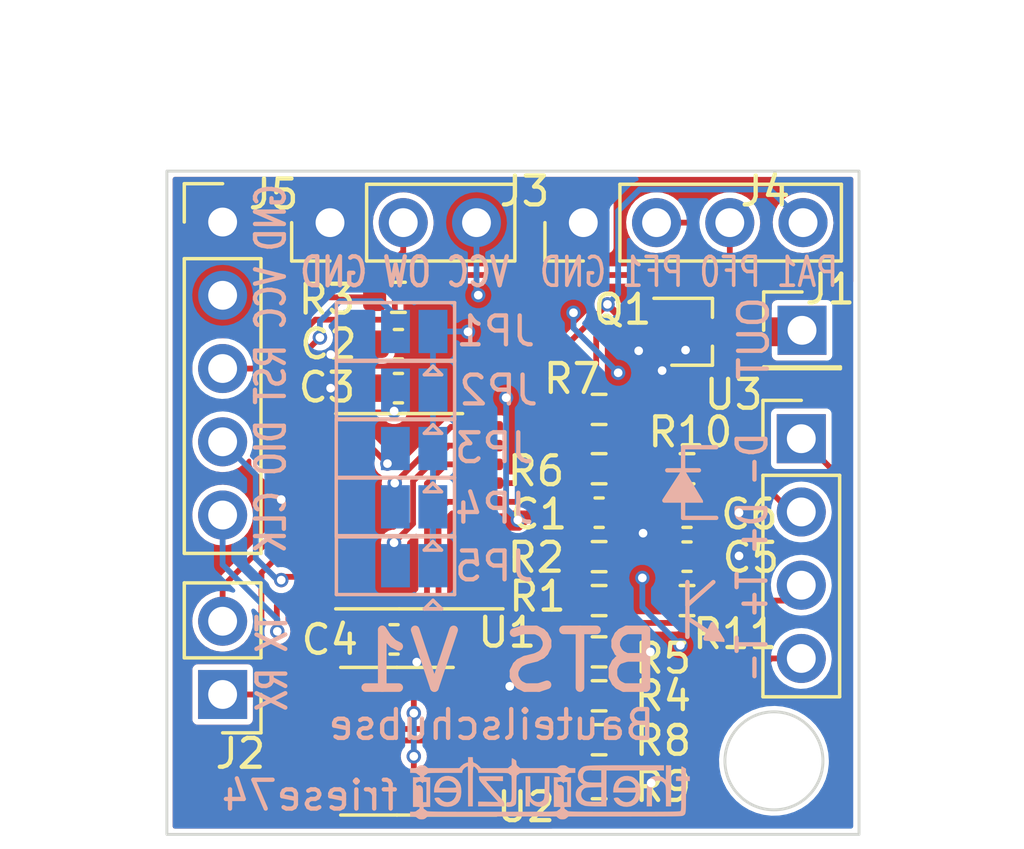
<source format=kicad_pcb>
(kicad_pcb (version 20211014) (generator pcbnew)
  (layers (0 "F.Cu" signal) (31 "B.Cu" signal) (34 "B.Paste" user) (35 "F.Paste" user) (36 "B.SilkS" user "B.Silkscreen") (37 "F.SilkS" user "F.Silkscreen") (38 "B.Mask" user) (39 "F.Mask" user) (44 "Edge.Cuts" user))
  (net 0 "")
  (net 1 "/RST")
  (net 2 "GND")
  (net 3 "VCC")
  (net 4 "Net-(JP1-Pad2)")
  (net 5 "Net-(JP2-Pad2)")
  (net 6 "Net-(JP3-Pad2)")
  (net 7 "Net-(JP4-Pad2)")
  (net 8 "Net-(JP5-Pad2)")
  (net 9 "/PA1")
  (net 10 "Net-(J1-Pad1)")
  (net 11 "/PF0")
  (net 12 "/PF1")
  (net 13 "/OW")
  (net 14 "Net-(R4-Pad2)")
  (net 15 "/ADC_IN0")
  (net 16 "Net-(R8-Pad2)")
  (net 17 "Net-(R10-Pad2)")
  (net 18 "Net-(R11-Pad2)")
  (net 19 "/TIM15_CH1")
  (net 20 "/UART1_TX")
  (net 21 "/UART1_RX")
  (net 22 "/SWDIO")
  (net 23 "/SWCLK")
  (net 24 "Net-(U2-Pad2)")
  (net 25 "Net-(U2-Pad7)")
  (footprint "Connector_PinHeader_2.54mm:PinHeader_1x04_P2.54mm_Vertical" (layer "F.Cu") (at 130.439 83.2866 90)
    (fp_text reference "J4" (at 1.0866 6.311 180) (layer "F.SilkS"))
    (fp_text value "Conn_01x04_Female")
    (pad "1" thru_hole rect (at 0 0 90) (size 1.7 1.7) (drill 1) (layers *.Cu *.Mask) (net 2 "GND"))
    (pad "2" thru_hole oval (at 0 2.54 90) (size 1.7 1.7) (drill 1) (layers *.Cu *.Mask) (net 12 "/PF1"))
    (pad "3" thru_hole oval (at 0 5.08 90) (size 1.7 1.7) (drill 1) (layers *.Cu *.Mask) (net 11 "/PF0"))
    (pad "4" thru_hole oval (at 0 7.62 90) (size 1.7 1.7) (drill 1) (layers *.Cu *.Mask) (net 9 "/PA1"))
  )
  (footprint "Resistor_SMD:R_0603_1608Metric" (layer "F.Cu") (at 130.9878 98.171)
    (fp_text reference "R5" (at 2.2122 0.229) (layer "F.SilkS"))
    (fp_text value "2K")
    (pad "1" smd roundrect (at -0.825 0) (size 0.8 0.95) (layers "F.Cu" "F.Paste" "F.Mask") (net 14 "Net-(R4-Pad2)"))
    (pad "2" smd roundrect (at 0.825 0) (size 0.8 0.95) (layers "F.Cu" "F.Paste" "F.Mask") (net 2 "GND"))
  )
  (footprint "Connector_PinHeader_2.54mm:PinHeader_1x02_P2.54mm_Vertical" (layer "F.Cu") (at 117.9322 99.6492 180)
    (fp_text reference "J2" (at -0.6178 -2.0508) (layer "F.SilkS"))
    (fp_text value "Conn_01x02_Female")
    (pad "1" thru_hole rect (at 0 0 180) (size 1.7 1.7) (drill 1) (layers *.Cu *.Mask) (net 21 "/UART1_RX"))
    (pad "2" thru_hole oval (at 0 2.54 180) (size 1.7 1.7) (drill 1) (layers *.Cu *.Mask) (net 20 "/UART1_TX"))
  )
  (footprint "Resistor_SMD:R_0603_1608Metric" (layer "F.Cu") (at 124.0282 85.8774 180)
    (fp_text reference "R3" (at 2.4782 -0.0726) (layer "F.SilkS"))
    (fp_text value "2K")
    (pad "1" smd roundrect (at -0.825 0 180) (size 0.8 0.95) (layers "F.Cu" "F.Paste" "F.Mask") (net 3 "VCC"))
    (pad "2" smd roundrect (at 0.825 0 180) (size 0.8 0.95) (layers "F.Cu" "F.Paste" "F.Mask") (net 13 "/OW"))
  )
  (footprint "Resistor_SMD:R_0603_1608Metric" (layer "F.Cu") (at 130.9878 96.393 180)
    (fp_text reference "R1" (at 2.1378 0.143) (layer "F.SilkS"))
    (fp_text value "4K7")
    (pad "1" smd roundrect (at -0.825 0 180) (size 0.8 0.95) (layers "F.Cu" "F.Paste" "F.Mask") (net 3 "VCC"))
    (pad "2" smd roundrect (at 0.825 0 180) (size 0.8 0.95) (layers "F.Cu" "F.Paste" "F.Mask") (net 11 "/PF0"))
  )
  (footprint "Resistor_SMD:R_0603_1608Metric" (layer "F.Cu") (at 130.9878 99.695 180)
    (fp_text reference "R4" (at -2.2122 -0.005) (layer "F.SilkS"))
    (fp_text value "2K")
    (pad "1" smd roundrect (at -0.825 0 180) (size 0.8 0.95) (layers "F.Cu" "F.Paste" "F.Mask") (net 3 "VCC"))
    (pad "2" smd roundrect (at 0.825 0 180) (size 0.8 0.95) (layers "F.Cu" "F.Paste" "F.Mask") (net 14 "Net-(R4-Pad2)"))
  )
  (footprint "Package_TO_SOT_SMD:SOT-323_SC-70" (layer "F.Cu") (at 134.1882 87.0712)
    (fp_text reference "Q1" (at -2.3882 -0.7712) (layer "F.SilkS"))
    (fp_text value "CJ2102")
    (pad "1" smd rect (at -1 -0.65 270) (size 0.45 0.7) (layers "F.Cu" "F.Paste" "F.Mask") (net 9 "/PA1"))
    (pad "2" smd rect (at -1 0.65 270) (size 0.45 0.7) (layers "F.Cu" "F.Paste" "F.Mask") (net 2 "GND"))
    (pad "3" smd rect (at 1 0 270) (size 0.45 0.7) (layers "F.Cu" "F.Paste" "F.Mask") (net 10 "Net-(J1-Pad1)"))
  )
  (footprint "Capacitor_SMD:C_0603_1608Metric" (layer "F.Cu") (at 124.0282 89.027)
    (fp_text reference "C3" (at -2.4782 -0.027) (layer "F.SilkS"))
    (fp_text value "100nF")
    (pad "1" smd roundrect (at -0.775 0) (size 0.9 0.95) (layers "F.Cu" "F.Paste" "F.Mask") (net 2 "GND"))
    (pad "2" smd roundrect (at 0.775 0) (size 0.9 0.95) (layers "F.Cu" "F.Paste" "F.Mask") (net 3 "VCC"))
  )
  (footprint "Resistor_SMD:R_0603_1608Metric" (layer "F.Cu") (at 130.9878 89.7636 180)
    (fp_text reference "R7" (at 0.9378 1.0636) (layer "F.SilkS"))
    (fp_text value "4K7")
    (pad "1" smd roundrect (at -0.825 0 180) (size 0.8 0.95) (layers "F.Cu" "F.Paste" "F.Mask") (net 3 "VCC"))
    (pad "2" smd roundrect (at 0.825 0 180) (size 0.8 0.95) (layers "F.Cu" "F.Paste" "F.Mask") (net 15 "/ADC_IN0"))
  )
  (footprint "Connector_PinHeader_2.54mm:PinHeader_1x01_P2.54mm_Vertical" (layer "F.Cu") (at 138.0236 87.0204)
    (fp_text reference "J1" (at 0.9764 -1.4204) (layer "F.SilkS"))
    (fp_text value "Conn_01x01_Female")
    (pad "1" thru_hole rect (at 0 0) (size 1.7 1.7) (drill 1) (layers *.Cu *.Mask) (net 10 "Net-(J1-Pad1)"))
  )
  (footprint "Capacitor_SMD:C_0603_1608Metric" (layer "F.Cu") (at 134.0358 94.869)
    (fp_text reference "C5" (at 2.2142 0.031) (layer "F.SilkS"))
    (fp_text value "100nF")
    (pad "1" smd roundrect (at -0.775 0) (size 0.9 0.95) (layers "F.Cu" "F.Paste" "F.Mask") (net 3 "VCC"))
    (pad "2" smd roundrect (at 0.775 0) (size 0.9 0.95) (layers "F.Cu" "F.Paste" "F.Mask") (net 2 "GND"))
  )
  (footprint "Package_SO:SOIC-8_3.9x4.9mm_P1.27mm" (layer "F.Cu") (at 123.9774 101.2698 180)
    (fp_text reference "U2" (at -4.4726 -2.2802 180) (layer "F.SilkS"))
    (fp_text value "LM393")
    (pad "1" smd roundrect (at -2.475 -1.905 180) (size 1.95 0.6) (layers "F.Cu" "F.Paste" "F.Mask") (net 15 "/ADC_IN0"))
    (pad "2" smd roundrect (at -2.475 -0.635 180) (size 1.95 0.6) (layers "F.Cu" "F.Paste" "F.Mask") (net 24 "Net-(U2-Pad2)"))
    (pad "3" smd roundrect (at -2.475 0.635 180) (size 1.95 0.6) (layers "F.Cu" "F.Paste" "F.Mask") (net 16 "Net-(R8-Pad2)"))
    (pad "4" smd roundrect (at -2.475 1.905 180) (size 1.95 0.6) (layers "F.Cu" "F.Paste" "F.Mask") (net 2 "GND"))
    (pad "5" smd roundrect (at 2.475 1.905 180) (size 1.95 0.6) (layers "F.Cu" "F.Paste" "F.Mask") (net 16 "Net-(R8-Pad2)"))
    (pad "6" smd roundrect (at 2.475 0.635 180) (size 1.95 0.6) (layers "F.Cu" "F.Paste" "F.Mask") (net 19 "/TIM15_CH1"))
    (pad "7" smd roundrect (at 2.475 -0.635 180) (size 1.95 0.6) (layers "F.Cu" "F.Paste" "F.Mask") (net 25 "Net-(U2-Pad7)"))
    (pad "8" smd roundrect (at 2.475 -1.905 180) (size 1.95 0.6) (layers "F.Cu" "F.Paste" "F.Mask") (net 3 "VCC"))
  )
  (footprint "Capacitor_SMD:C_0603_1608Metric" (layer "F.Cu") (at 124.0282 87.503)
    (fp_text reference "C2" (at -2.4282 -0.003) (layer "F.SilkS"))
    (fp_text value "4,7µF")
    (pad "1" smd roundrect (at -0.775 0) (size 0.9 0.95) (layers "F.Cu" "F.Paste" "F.Mask") (net 2 "GND"))
    (pad "2" smd roundrect (at 0.775 0) (size 0.9 0.95) (layers "F.Cu" "F.Paste" "F.Mask") (net 3 "VCC"))
  )
  (footprint "Connector_PinHeader_2.54mm:PinHeader_1x04_P2.54mm_Vertical" (layer "F.Cu") (at 137.9982 90.7796)
    (fp_text reference "U3" (at -2.3482 -1.5296) (layer "F.SilkS"))
    (fp_text value "ITR1100")
    (pad "1" thru_hole rect (at 0 0) (size 1.7 1.7) (drill 1) (layers *.Cu *.Mask) (net 25 "Net-(U2-Pad7)"))
    (pad "2" thru_hole oval (at 0 2.54) (size 1.7 1.7) (drill 1) (layers *.Cu *.Mask) (net 17 "Net-(R10-Pad2)"))
    (pad "3" thru_hole oval (at 0 5.08) (size 1.7 1.7) (drill 1) (layers *.Cu *.Mask) (net 18 "Net-(R11-Pad2)"))
    (pad "4" thru_hole oval (at 0 7.62) (size 1.7 1.7) (drill 1) (layers *.Cu *.Mask) (net 24 "Net-(U2-Pad2)"))
  )
  (footprint "Package_SO:TSSOP-20_4.4x6.5mm_P0.65mm" (layer "F.Cu") (at 124.0536 93.2942 180)
    (fp_text reference "U1" (at -3.7464 -4.2058) (layer "F.SilkS"))
    (fp_text value "STM32F030F4Px")
    (pad "1" smd roundrect (at -2.8625 -2.925 180) (size 1.475 0.4) (layers "F.Cu" "F.Paste" "F.Mask") (net 14 "Net-(R4-Pad2)"))
    (pad "2" smd roundrect (at -2.8625 -2.275 180) (size 1.475 0.4) (layers "F.Cu" "F.Paste" "F.Mask") (net 11 "/PF0"))
    (pad "3" smd roundrect (at -2.8625 -1.625 180) (size 1.475 0.4) (layers "F.Cu" "F.Paste" "F.Mask") (net 12 "/PF1"))
    (pad "4" smd roundrect (at -2.8625 -0.975 180) (size 1.475 0.4) (layers "F.Cu" "F.Paste" "F.Mask") (net 1 "/RST"))
    (pad "5" smd roundrect (at -2.8625 -0.325 180) (size 1.475 0.4) (layers "F.Cu" "F.Paste" "F.Mask") (net 3 "VCC"))
    (pad "6" smd roundrect (at -2.8625 0.325 180) (size 1.475 0.4) (layers "F.Cu" "F.Paste" "F.Mask") (net 15 "/ADC_IN0"))
    (pad "7" smd roundrect (at -2.8625 0.975 180) (size 1.475 0.4) (layers "F.Cu" "F.Paste" "F.Mask") (net 9 "/PA1"))
    (pad "8" smd roundrect (at -2.8625 1.625 180) (size 1.475 0.4) (layers "F.Cu" "F.Paste" "F.Mask") (net 19 "/TIM15_CH1"))
    (pad "9" smd roundrect (at -2.8625 2.275 180) (size 1.475 0.4) (layers "F.Cu" "F.Paste" "F.Mask") (net 8 "Net-(JP5-Pad2)"))
    (pad "10" smd roundrect (at -2.8625 2.925 180) (size 1.475 0.4) (layers "F.Cu" "F.Paste" "F.Mask") (net 7 "Net-(JP4-Pad2)"))
    (pad "11" smd roundrect (at 2.8625 2.925 180) (size 1.475 0.4) (layers "F.Cu" "F.Paste" "F.Mask") (net 6 "Net-(JP3-Pad2)"))
    (pad "12" smd roundrect (at 2.8625 2.275 180) (size 1.475 0.4) (layers "F.Cu" "F.Paste" "F.Mask") (net 5 "Net-(JP2-Pad2)"))
    (pad "13" smd roundrect (at 2.8625 1.625 180) (size 1.475 0.4) (layers "F.Cu" "F.Paste" "F.Mask") (net 4 "Net-(JP1-Pad2)"))
    (pad "14" smd roundrect (at 2.8625 0.975 180) (size 1.475 0.4) (layers "F.Cu" "F.Paste" "F.Mask") (net 13 "/OW"))
    (pad "15" smd roundrect (at 2.8625 0.325 180) (size 1.475 0.4) (layers "F.Cu" "F.Paste" "F.Mask") (net 2 "GND"))
    (pad "16" smd roundrect (at 2.8625 -0.325 180) (size 1.475 0.4) (layers "F.Cu" "F.Paste" "F.Mask") (net 3 "VCC"))
    (pad "17" smd roundrect (at 2.8625 -0.975 180) (size 1.475 0.4) (layers "F.Cu" "F.Paste" "F.Mask") (net 20 "/UART1_TX"))
    (pad "18" smd roundrect (at 2.8625 -1.625 180) (size 1.475 0.4) (layers "F.Cu" "F.Paste" "F.Mask") (net 21 "/UART1_RX"))
    (pad "19" smd roundrect (at 2.8625 -2.275 180) (size 1.475 0.4) (layers "F.Cu" "F.Paste" "F.Mask") (net 22 "/SWDIO"))
    (pad "20" smd roundrect (at 2.8625 -2.925 180) (size 1.475 0.4) (layers "F.Cu" "F.Paste" "F.Mask") (net 23 "/SWCLK"))
  )
  (footprint "Resistor_SMD:R_0603_1608Metric" (layer "F.Cu") (at 130.9878 101.219 180)
    (fp_text reference "R8" (at -2.2122 -0.031) (layer "F.SilkS"))
    (fp_text value "4K7")
    (pad "1" smd roundrect (at -0.825 0 180) (size 0.8 0.95) (layers "F.Cu" "F.Paste" "F.Mask") (net 3 "VCC"))
    (pad "2" smd roundrect (at 0.825 0 180) (size 0.8 0.95) (layers "F.Cu" "F.Paste" "F.Mask") (net 16 "Net-(R8-Pad2)"))
  )
  (footprint "Capacitor_SMD:C_0603_1608Metric" (layer "F.Cu") (at 123.8758 97.7392)
    (fp_text reference "C4" (at -2.2258 0.0108) (layer "F.SilkS"))
    (fp_text value "100nF")
    (pad "1" smd roundrect (at -0.775 0) (size 0.9 0.95) (layers "F.Cu" "F.Paste" "F.Mask") (net 3 "VCC"))
    (pad "2" smd roundrect (at 0.775 0) (size 0.9 0.95) (layers "F.Cu" "F.Paste" "F.Mask") (net 2 "GND"))
  )
  (footprint "Resistor_SMD:R_0603_1608Metric" (layer "F.Cu") (at 134.0358 96.393)
    (fp_text reference "R11" (at 1.6642 1.157) (layer "F.SilkS"))
    (fp_text value "100R")
    (pad "1" smd roundrect (at -0.825 0) (size 0.8 0.95) (layers "F.Cu" "F.Paste" "F.Mask") (net 3 "VCC"))
    (pad "2" smd roundrect (at 0.825 0) (size 0.8 0.95) (layers "F.Cu" "F.Paste" "F.Mask") (net 18 "Net-(R11-Pad2)"))
  )
  (footprint "Connector_PinHeader_2.54mm:PinHeader_1x03_P2.54mm_Vertical" (layer "F.Cu") (at 121.6556 83.2866 90)
    (fp_text reference "J3" (at 1.0866 6.7444 180) (layer "F.SilkS"))
    (fp_text value "Conn_01x03_Female")
    (pad "1" thru_hole rect (at 0 0 90) (size 1.7 1.7) (drill 1) (layers *.Cu *.Mask) (net 2 "GND"))
    (pad "2" thru_hole oval (at 0 2.54 90) (size 1.7 1.7) (drill 1) (layers *.Cu *.Mask) (net 13 "/OW"))
    (pad "3" thru_hole oval (at 0 5.08 90) (size 1.7 1.7) (drill 1) (layers *.Cu *.Mask) (net 3 "VCC"))
  )
  (footprint "Resistor_SMD:R_0603_1608Metric" (layer "F.Cu") (at 130.9878 94.869 180)
    (fp_text reference "R2" (at 2.1878 -0.031) (layer "F.SilkS"))
    (fp_text value "4K7")
    (pad "1" smd roundrect (at -0.825 0 180) (size 0.8 0.95) (layers "F.Cu" "F.Paste" "F.Mask") (net 3 "VCC"))
    (pad "2" smd roundrect (at 0.825 0 180) (size 0.8 0.95) (layers "F.Cu" "F.Paste" "F.Mask") (net 12 "/PF1"))
  )
  (footprint "Resistor_SMD:R_0603_1608Metric" (layer "F.Cu") (at 130.9878 102.743)
    (fp_text reference "R9" (at 2.2122 0.107) (layer "F.SilkS"))
    (fp_text value "4K7")
    (pad "1" smd roundrect (at -0.825 0) (size 0.8 0.95) (layers "F.Cu" "F.Paste" "F.Mask") (net 16 "Net-(R8-Pad2)"))
    (pad "2" smd roundrect (at 0.825 0) (size 0.8 0.95) (layers "F.Cu" "F.Paste" "F.Mask") (net 2 "GND"))
  )
  (footprint "Capacitor_SMD:C_0603_1608Metric" (layer "F.Cu") (at 134.0358 93.345)
    (fp_text reference "C6" (at 2.1642 0.055) (layer "F.SilkS"))
    (fp_text value "100nF")
    (pad "1" smd roundrect (at -0.775 0) (size 0.9 0.95) (layers "F.Cu" "F.Paste" "F.Mask") (net 3 "VCC"))
    (pad "2" smd roundrect (at 0.775 0) (size 0.9 0.95) (layers "F.Cu" "F.Paste" "F.Mask") (net 2 "GND"))
  )
  (footprint "Capacitor_SMD:C_0603_1608Metric" (layer "F.Cu") (at 130.9878 93.345)
    (fp_text reference "C1" (at -2.0878 0.055) (layer "F.SilkS"))
    (fp_text value "100nF")
    (pad "1" smd roundrect (at -0.775 0) (size 0.9 0.95) (layers "F.Cu" "F.Paste" "F.Mask") (net 1 "/RST"))
    (pad "2" smd roundrect (at 0.775 0) (size 0.9 0.95) (layers "F.Cu" "F.Paste" "F.Mask") (net 2 "GND"))
  )
  (footprint "Resistor_SMD:R_0603_1608Metric" (layer "F.Cu") (at 130.9878 91.821 180)
    (fp_text reference "R6" (at 2.1878 -0.079) (layer "F.SilkS"))
    (fp_text value "4K7")
    (pad "1" smd roundrect (at -0.825 0 180) (size 0.8 0.95) (layers "F.Cu" "F.Paste" "F.Mask") (net 3 "VCC"))
    (pad "2" smd roundrect (at 0.825 0 180) (size 0.8 0.95) (layers "F.Cu" "F.Paste" "F.Mask") (net 1 "/RST"))
  )
  (footprint "Resistor_SMD:R_0603_1608Metric" (layer "F.Cu") (at 134.0358 91.821)
    (fp_text reference "R10" (at 0.1142 -1.271) (layer "F.SilkS"))
    (fp_text value "100R")
    (pad "1" smd roundrect (at -0.825 0) (size 0.8 0.95) (layers "F.Cu" "F.Paste" "F.Mask") (net 3 "VCC"))
    (pad "2" smd roundrect (at 0.825 0) (size 0.8 0.95) (layers "F.Cu" "F.Paste" "F.Mask") (net 17 "Net-(R10-Pad2)"))
  )
  (footprint "Connector_PinHeader_2.54mm:PinHeader_1x05_P2.54mm_Vertical" (layer "F.Cu") (at 117.9322 83.2662)
    (fp_text reference "J5" (at 1.7678 -0.9662) (layer "F.SilkS"))
    (fp_text value "Conn_01x05_Female")
    (pad "1" thru_hole rect (at 0 0) (size 1.7 1.7) (drill 1) (layers *.Cu *.Mask) (net 2 "GND"))
    (pad "2" thru_hole oval (at 0 2.54) (size 1.7 1.7) (drill 1) (layers *.Cu *.Mask) (net 3 "VCC"))
    (pad "3" thru_hole oval (at 0 5.08) (size 1.7 1.7) (drill 1) (layers *.Cu *.Mask) (net 1 "/RST"))
    (pad "4" thru_hole oval (at 0 7.62) (size 1.7 1.7) (drill 1) (layers *.Cu *.Mask) (net 22 "/SWDIO"))
    (pad "5" thru_hole oval (at 0 10.16) (size 1.7 1.7) (drill 1) (layers *.Cu *.Mask) (net 23 "/SWCLK"))
  )
  (footprint "Jumper:SolderJumper-3_P1.3mm_Open_Pad1.0x1.5mm" (layer "B.Cu") (at 123.9266 87.0613 180)
    (fp_text reference "JP1" (at -3.4734 0.0113) (layer "B.SilkS") (effects (justify mirror)))
    (fp_text value "SolderJumper_3_Open")
    (pad "1" smd rect (at -1.3 0 180) (size 1 1.5) (layers "B.Cu" "B.Mask") (net 3 "VCC"))
    (pad "2" smd rect (at 0 0 180) (size 1 1.5) (layers "B.Cu" "B.Mask") (net 4 "Net-(JP1-Pad2)"))
    (pad "3" smd rect (at 1.3 0 180) (size 1 1.5) (layers "B.Cu" "B.Mask") (net 2 "GND"))
  )
  (footprint "theBrutzler:thebrutzler_10mm_mod" (layer "B.Cu") (at 129.25 102.9 180)
    (fp_text reference "G***" hide)
    (fp_text value "LOGO" hide)
  )
  (footprint "Jumper:SolderJumper-3_P1.3mm_Open_Pad1.0x1.5mm" (layer "B.Cu") (at 123.922 93.1418 180)
    (fp_text reference "JP4" (at -3.428 -0.0582) (layer "B.SilkS") (effects (justify mirror)))
    (fp_text value "SolderJumper_3_Open")
    (pad "1" smd rect (at -1.3 0 180) (size 1 1.5) (layers "B.Cu" "B.Mask") (net 3 "VCC"))
    (pad "2" smd rect (at 0 0 180) (size 1 1.5) (layers "B.Cu" "B.Mask") (net 7 "Net-(JP4-Pad2)"))
    (pad "3" smd rect (at 1.3 0 180) (size 1 1.5) (layers "B.Cu" "B.Mask") (net 2 "GND"))
  )
  (footprint "Jumper:SolderJumper-3_P1.3mm_Open_Pad1.0x1.5mm" (layer "B.Cu") (at 123.922 91.1197 180)
    (fp_text reference "JP3" (at -3.428 0.0197) (layer "B.SilkS") (effects (justify mirror)))
    (fp_text value "SolderJumper_3_Open")
    (pad "1" smd rect (at -1.3 0 180) (size 1 1.5) (layers "B.Cu" "B.Mask") (net 3 "VCC"))
    (pad "2" smd rect (at 0 0 180) (size 1 1.5) (layers "B.Cu" "B.Mask") (net 6 "Net-(JP3-Pad2)"))
    (pad "3" smd rect (at 1.3 0 180) (size 1 1.5) (layers "B.Cu" "B.Mask") (net 2 "GND"))
  )
  (footprint "Jumper:SolderJumper-3_P1.3mm_Open_Pad1.0x1.5mm" (layer "B.Cu") (at 123.9266 95.1837 180)
    (fp_text reference "JP5" (at -3.4234 -0.0163) (layer "B.SilkS") (effects (justify mirror)))
    (fp_text value "SolderJumper_3_Open")
    (pad "1" smd rect (at -1.3 0 180) (size 1 1.5) (layers "B.Cu" "B.Mask") (net 3 "VCC"))
    (pad "2" smd rect (at 0 0 180) (size 1 1.5) (layers "B.Cu" "B.Mask") (net 8 "Net-(JP5-Pad2)"))
    (pad "3" smd rect (at 1.3 0 180) (size 1 1.5) (layers "B.Cu" "B.Mask") (net 2 "GND"))
  )
  (footprint "Jumper:SolderJumper-3_P1.3mm_Open_Pad1.0x1.5mm" (layer "B.Cu") (at 123.9266 89.0933 180)
    (fp_text reference "JP2" (at -3.5734 -0.0067) (layer "B.SilkS") (effects (justify mirror)))
    (fp_text value "SolderJumper_3_Open")
    (pad "1" smd rect (at -1.3 0 180) (size 1 1.5) (layers "B.Cu" "B.Mask") (net 3 "VCC"))
    (pad "2" smd rect (at 0 0 180) (size 1 1.5) (layers "B.Cu" "B.Mask") (net 5 "Net-(JP2-Pad2)"))
    (pad "3" smd rect (at 1.3 0 180) (size 1 1.5) (layers "B.Cu" "B.Mask") (net 2 "GND"))
  )
  (gr_line (start 133.9 93.525) (end 133.9 91.075) (layer "B.SilkS") (width 0.15))
  (gr_line (start 134.05 97) (end 134.95 97.6) (layer "B.SilkS") (width 0.15))
  (gr_line (start 135.05 93.525) (end 133.9 93.525) (layer "B.SilkS") (width 0.15))
  (gr_line (start 134.05 95.75) (end 134.05 97.65) (layer "B.SilkS") (width 0.15))
  (gr_line (start 134.05 97.65) (end 134.05 97) (layer "B.SilkS") (width 0.15))
  (gr_line (start 134.45 91.875) (end 133.35 91.875) (layer "B.SilkS") (width 0.15))
  (gr_line (start 134.05 96.55) (end 134.05 95.75) (layer "B.SilkS") (width 0.15))
  (gr_line (start 134.95 95.75) (end 134.05 96.55) (layer "B.SilkS") (width 0.15))
  (gr_poly (pts (xy 135.25 97.75) (xy 134.67 97.71) (xy 134.92 97.21)) (layer "B.SilkS") (width 0.15) (fill solid))
  (gr_line (start 133.9 91.075) (end 135.05 91.075) (layer "B.SilkS") (width 0.15))
  (gr_poly (pts (xy 133.9 91.925) (xy 134.5 92.925) (xy 133.25 92.925)) (layer "B.SilkS") (width 0.15) (fill solid))
  (gr_circle (center 137.05 101.95) (end 137.05 103.65) (layer "Edge.Cuts") (width 0.1) (fill none))
  (gr_rect (start 116 81.5) (end 140 104.5) (layer "Edge.Cuts") (width 0.1) (fill none))
  (gr_text "OUT" (at 136.35 87.3 90) (layer "B.SilkS") (effects (font (size 1 1)) (justify mirror)))
  (gr_text "D- D+ T+ T-" (at 136.3 94.9 90) (layer "B.SilkS") (effects (font (size 1 0.8)) (justify mirror)))
  (gr_text "Bauteilschubse" (at 127.25 100.7) (layer "B.SilkS") (effects (font (size 1 1)) (justify mirror)))
  (gr_text "GND VCC RST DIO CLK" (at 119.6 88.35 90) (layer "B.SilkS") (effects (font (size 1 0.75)) (justify mirror)))
  (gr_text "BTS V1" (at 127.8 98.5) (layer "B.SilkS") (effects (font (size 2 2) (thickness 0.3)) (justify mirror)))
  (gr_text "VCC OW GND" (at 124.25 85) (layer "B.SilkS") (effects (font (size 1 0.75)) (justify mirror)))
  (gr_text "PA1 PF0 PF1 GND" (at 134.1 85) (layer "B.SilkS") (effects (font (size 1 0.75) (thickness 0.125)) (justify mirror)))
  (gr_text "friese74" (at 120.95 103.15) (layer "B.SilkS") (effects (font (size 1 1)) (justify mirror)))
  (gr_text "TX RX" (at 119.65 98.55 90) (layer "B.SilkS") (effects (font (size 1 0.75)) (justify mirror)))
  (segment (start 117.9322 88.3462) (end 119.4512 88.3462) (width 0.2) (layer "F.Cu") (net 1))
  (segment (start 133.858 86.925422) (end 133.837711 86.945711) (width 0.2) (layer "F.Cu") (net 1))
  (segment (start 131.189489 86.945711) (end 130.8862 87.249) (width 0.2) (layer "F.Cu") (net 1))
  (segment (start 130.1628 91.821) (end 130.1628 93.295) (width 0.2) (layer "F.Cu") (net 1))
  (segment (start 128.3872 94.2692) (end 129.3114 93.345) (width 0.2) (layer "F.Cu") (net 1))
  (segment (start 121.14548 86.65192) (end 123.73628 86.65192) (width 0.2) (layer "F.Cu") (net 1))
  (segment (start 133.837711 86.945711) (end 131.189489 86.945711) (width 0.2) (layer "F.Cu") (net 1))
  (segment (start 133.858 85.217) (end 133.858 86.925422) (width 0.2) (layer "F.Cu") (net 1))
  (segment (start 130.8862 87.249) (end 130.8862 90.221627) (width 0.2) (layer "F.Cu") (net 1))
  (segment (start 133.74388 85.10288) (end 133.858 85.217) (width 0.2) (layer "F.Cu") (net 1))
  (segment (start 123.90272 85.62188) (end 124.42172 85.10288) (width 0.2) (layer "F.Cu") (net 1))
  (segment (start 123.90272 86.48548) (end 123.90272 85.62188) (width 0.2) (layer "F.Cu") (net 1))
  (segment (start 123.73628 86.65192) (end 123.90272 86.48548) (width 0.2) (layer "F.Cu") (net 1))
  (segment (start 124.42172 85.10288) (end 133.74388 85.10288) (width 0.2) (layer "F.Cu") (net 1))
  (segment (start 126.9161 94.2692) (end 128.3872 94.2692) (width 0.2) (layer "F.Cu") (net 1))
  (segment (start 130.8862 90.221627) (end 130.1628 90.945027) (width 0.2) (layer "F.Cu") (net 1))
  (segment (start 130.1628 93.295) (end 130.2128 93.345) (width 0.2) (layer "F.Cu") (net 1))
  (segment (start 129.3114 93.345) (end 130.2128 93.345) (width 0.2) (layer "F.Cu") (net 1))
  (segment (start 130.1628 90.945027) (end 130.1628 91.821) (width 0.2) (layer "F.Cu") (net 1))
  (segment (start 119.4512 88.3462) (end 121.14548 86.65192) (width 0.2) (layer "F.Cu") (net 1))
  (segment (start 133.1882 88.4014) (end 133.1722 88.4174) (width 0.25) (layer "F.Cu") (net 2))
  (segment (start 133.97 87.7212) (end 133.985 87.7062) (width 0.25) (layer "F.Cu") (net 2))
  (segment (start 132.474 94.0562) (end 131.7628 93.345) (width 0.2) (layer "F.Cu") (net 2))
  (segment (start 131.8128 102.743) (end 132.7658 102.743) (width 0.2) (layer "F.Cu") (net 2))
  (segment (start 122.036815 87.503) (end 121.679751 87.860064) (width 0.2) (layer "F.Cu") (net 2))
  (segment (start 132.3698 87.7212) (end 132.3594 87.7316) (width 0.25) (layer "F.Cu") (net 2))
  (segment (start 126.4524 99.3648) (end 127.889 99.3648) (width 0.2) (layer "F.Cu") (net 2))
  (segment (start 133.1882 87.7212) (end 133.97 87.7212) (width 0.25) (layer "F.Cu") (net 2))
  (segment (start 124.6508 97.7392) (end 124.6508 98.5142) (width 0.2) (layer "F.Cu") (net 2))
  (segment (start 131.8128 98.171) (end 132.7658 98.171) (width 0.2) (layer "F.Cu") (net 2))
  (segment (start 134.8108 94.869) (end 135.8138 94.869) (width 0.2) (layer "F.Cu") (net 2))
  (segment (start 123.2532 89.027) (end 121.677098 89.027) (width 0.2) (layer "F.Cu") (net 2))
  (segment (start 132.7658 102.743) (end 132.7912 102.7176) (width 0.2) (layer "F.Cu") (net 2))
  (segment (start 123.2532 87.503) (end 122.036815 87.503) (width 0.2) (layer "F.Cu") (net 2))
  (segment (start 132.5118 94.0562) (end 132.474 94.0562) (width 0.2) (layer "F.Cu") (net 2))
  (segment (start 135.8138 94.869) (end 135.8392 94.8436) (width 0.2) (layer "F.Cu") (net 2))
  (segment (start 124.6508 98.5142) (end 124.6632 98.5266) (width 0.2) (layer "F.Cu") (net 2))
  (segment (start 134.8108 93.345) (end 135.8392 93.345) (width 0.2) (layer "F.Cu") (net 2))
  (segment (start 121.1911 92.9692) (end 120.0456 92.9692) (width 0.2) (layer "F.Cu") (net 2))
  (segment (start 133.1882 87.7212) (end 133.1882 88.4014) (width 0.25) (layer "F.Cu") (net 2))
  (segment (start 133.1882 87.7212) (end 132.3698 87.7212) (width 0.25) (layer "F.Cu") (net 2))
  (segment (start 120.0456 92.9692) (end 119.9642 92.8878) (width 0.2) (layer "F.Cu") (net 2))
  (via (at 127.889 99.3648) (size 0.5) (drill 0.3) (layers "F.Cu" "B.Cu") (net 2))
  (via (at 132.7658 98.171) (size 0.5) (drill 0.3) (layers "F.Cu" "B.Cu") (net 2))
  (via (at 132.7912 102.7176) (size 0.5) (drill 0.3) (layers "F.Cu" "B.Cu") (net 2))
  (via (at 132.3594 87.7316) (size 0.5) (drill 0.3) (layers "F.Cu" "B.Cu") (net 2))
  (via (at 121.677098 89.027) (size 0.5) (drill 0.3) (layers "F.Cu" "B.Cu") (net 2))
  (via (at 124.6632 98.5266) (size 0.5) (drill 0.3) (layers "F.Cu" "B.Cu") (net 2))
  (via (at 121.679751 87.860064) (size 0.5) (drill 0.3) (layers "F.Cu" "B.Cu") (net 2))
  (via (at 135.8392 94.8436) (size 0.5) (drill 0.3) (layers "F.Cu" "B.Cu") (net 2))
  (via (at 119.9642 92.8878) (size 0.5) (drill 0.3) (layers "F.Cu" "B.Cu") (net 2))
  (via (at 133.985 87.7062) (size 0.5) (drill 0.3) (layers "F.Cu" "B.Cu") (net 2))
  (via (at 135.8392 93.345) (size 0.5) (drill 0.3) (layers "F.Cu" "B.Cu") (net 2))
  (via (at 132.5118 94.0562) (size 0.5) (drill 0.3) (layers "F.Cu" "B.Cu") (net 2))
  (via (at 133.1722 88.4174) (size 0.5) (drill 0.3) (layers "F.Cu" "B.Cu") (net 2))
  (via (at 131.6482 88.4936) (size 0.5) (drill 0.3) (layers "F.Cu" "B.Cu") (net 3))
  (via (at 126.4412 87.0712) (size 0.5) (drill 0.3) (layers "F.Cu" "B.Cu") (net 3))
  (via (at 133.8072 97.9424) (size 0.5) (drill 0.3) (layers "F.Cu" "B.Cu") (net 3))
  (via (at 126.7968 85.8012) (size 0.5) (drill 0.3) (layers "F.Cu" "B.Cu") (net 3))
  (via (at 127.762 89.3572) (size 0.5) (drill 0.3) (layers "F.Cu" "B.Cu") (net 3))
  (via (at 128.1684 93.599) (size 0.5) (drill 0.3) (layers "F.Cu" "B.Cu") (net 3))
  (via (at 132.4864 95.6056) (size 0.5) (drill 0.3) (layers "F.Cu" "B.Cu") (net 3))
  (via (at 130.0988 86.4108) (size 0.5) (drill 0.3) (layers "F.Cu" "B.Cu") (net 3))
  (segment (start 127.762 89.3572) (end 127.762 93.1926) (width 0.2) (layer "B.Cu") (net 3))
  (segment (start 126.4313 87.0613) (end 126.4412 87.0712) (width 0.2) (layer "B.Cu") (net 3))
  (segment (start 125.2266 95.1837) (end 125.2266 87.0613) (width 0.2) (layer "B.Cu") (net 3))
  (segment (start 127.762 93.1926) (end 128.1684 93.599) (width 0.2) (layer "B.Cu") (net 3))
  (segment (start 125.2266 87.0613) (end 126.4313 87.0613) (width 0.2) (layer "B.Cu") (net 3))
  (segment (start 126.7356 83.2866) (end 126.7356 85.74) (width 0.2) (layer "B.Cu") (net 3))
  (segment (start 130.0988 86.4108) (end 130.0988 86.9442) (width 0.2) (layer "B.Cu") (net 3))
  (segment (start 132.4864 96.6216) (end 133.8072 97.9424) (width 0.2) (layer "B.Cu") (net 3))
  (segment (start 126.7356 85.74) (end 126.7968 85.8012) (width 0.2) (layer "B.Cu") (net 3))
  (segment (start 132.4864 95.6056) (end 132.4864 96.6216) (width 0.2) (layer "B.Cu") (net 3))
  (segment (start 130.0988 86.9442) (end 131.6482 88.4936) (width 0.2) (layer "B.Cu") (net 3))
  (segment (start 121.305256 87.269256) (end 120.142 88.432512) (width 0.2) (layer "F.Cu") (net 4))
  (segment (start 120.142 89.0778) (end 119.6594 89.5604) (width 0.2) (layer "F.Cu") (net 4))
  (segment (start 119.6594 89.5604) (end 119.6594 91.1352) (width 0.2) (layer "F.Cu") (net 4))
  (segment (start 120.142 88.432512) (end 120.142 89.0778) (width 0.2) (layer "F.Cu") (net 4))
  (segment (start 120.1934 91.6692) (end 121.1911 91.6692) (width 0.2) (layer "F.Cu") (net 4))
  (segment (start 119.6594 91.1352) (end 120.1934 91.6692) (width 0.2) (layer "F.Cu") (net 4))
  (via (at 121.305256 87.269256) (size 0.5) (drill 0.3) (layers "F.Cu" "B.Cu") (net 4))
  (segment (start 123.426111 86.011789) (end 123.9266 86.512278) (width 0.2) (layer "B.Cu") (net 4))
  (segment (start 121.305256 87.269256) (end 121.305256 86.704033) (width 0.2) (layer "B.Cu") (net 4))
  (segment (start 121.9975 86.011789) (end 123.426111 86.011789) (width 0.2) (layer "B.Cu") (net 4))
  (segment (start 123.9266 86.512278) (end 123.9266 87.0613) (width 0.2) (layer "B.Cu") (net 4))
  (segment (start 121.305256 86.704033) (end 121.9975 86.011789) (width 0.2) (layer "B.Cu") (net 4))
  (segment (start 123.878542 89.819842) (end 123.828704 89.86968) (width 0.2) (layer "F.Cu") (net 5))
  (segment (start 120.15408 90.08172) (end 120.15408 90.634686) (width 0.2) (layer "F.Cu") (net 5))
  (segment (start 123.828704 89.86968) (end 120.36612 89.86968) (width 0.2) (layer "F.Cu") (net 5))
  (segment (start 120.15408 90.634686) (end 120.538594 91.0192) (width 0.2) (layer "F.Cu") (net 5))
  (segment (start 120.36612 89.86968) (end 120.15408 90.08172) (width 0.2) (layer "F.Cu") (net 5))
  (segment (start 120.538594 91.0192) (end 121.1911 91.0192) (width 0.2) (layer "F.Cu") (net 5))
  (via (at 123.878542 89.819842) (size 0.5) (drill 0.3) (layers "F.Cu" "B.Cu") (net 5))
  (segment (start 123.9266 89.771784) (end 123.9266 89.0933) (width 0.2) (layer "B.Cu") (net 5))
  (segment (start 123.878542 89.819842) (end 123.9266 89.771784) (width 0.2) (layer "B.Cu") (net 5))
  (segment (start 122.3732 90.3692) (end 121.1911 90.3692) (width 0.2) (layer "F.Cu") (net 6))
  (segment (start 123.6472 91.6432) (end 122.3732 90.3692) (width 0.2) (layer "F.Cu") (net 6))
  (via (at 123.6472 91.6432) (size 0.5) (drill 0.3) (layers "F.Cu" "B.Cu") (net 6))
  (segment (start 126.9161 90.3692) (end 125.851202 90.3692) (width 0.2) (layer "F.Cu") (net 7))
  (segment (start 125.851202 90.3692) (end 123.9012 92.319202) (width 0.2) (layer "F.Cu") (net 7))
  (via (at 123.9012 92.319202) (size 0.5) (drill 0.3) (layers "F.Cu" "B.Cu") (net 7))
  (segment (start 124.5362 92.249208) (end 125.766208 91.0192) (width 0.2) (layer "F.Cu") (net 8))
  (segment (start 123.8758 94.3864) (end 124.5362 93.726) (width 0.2) (layer "F.Cu") (net 8))
  (segment (start 124.5362 93.726) (end 124.5362 92.249208) (width 0.2) (layer "F.Cu") (net 8))
  (segment (start 125.766208 91.0192) (end 126.9161 91.0192) (width 0.2) (layer "F.Cu") (net 8))
  (via (at 123.8758 94.3864) (size 0.5) (drill 0.3) (layers "F.Cu" "B.Cu") (net 8))
  (segment (start 133.1882 86.4212) (end 131.5774 86.4212) (width 0.25) (layer "F.Cu") (net 9))
  (segment (start 128.60708 91.94112) (end 128.229 92.3192) (width 0.2) (layer "F.Cu") (net 9))
  (segment (start 128.60708 88.79152) (end 128.60708 91.94112) (width 0.2) (layer "F.Cu") (net 9))
  (segment (start 128.229 92.3192) (end 126.9161 92.3192) (width 0.2) (layer "F.Cu") (net 9))
  (segment (start 131.5774 86.4212) (end 131.2774 86.1212) (width 0.25) (layer "F.Cu") (net 9))
  (segment (start 131.2774 86.1212) (end 128.60708 88.79152) (width 0.2) (layer "F.Cu") (net 9))
  (via (at 131.2774 86.1212) (size 0.5) (drill 0.3) (layers "F.Cu" "B.Cu") (net 9))
  (segment (start 136.909489 82.137089) (end 132.391311 82.137089) (width 0.2) (layer "B.Cu") (net 9))
  (segment (start 132.391311 82.137089) (end 131.6482 82.8802) (width 0.2) (layer "B.Cu") (net 9))
  (segment (start 138.059 83.2866) (end 136.909489 82.137089) (width 0.2) (layer "B.Cu") (net 9))
  (segment (start 131.6482 85.7504) (end 131.2774 86.1212) (width 0.2) (layer "B.Cu") (net 9))
  (segment (start 131.6482 82.8802) (end 131.6482 85.7504) (width 0.2) (layer "B.Cu") (net 9))
  (segment (start 137.9728 87.0712) (end 138.0236 87.0204) (width 1) (layer "F.Cu") (net 10))
  (segment (start 135.1257 87.0712) (end 137.9728 87.0712) (width 1) (layer "F.Cu") (net 10))
  (segment (start 126.9161 95.5692) (end 128.6146 95.5692) (width 0.2) (layer "F.Cu") (net 11))
  (segment (start 129.4384 96.393) (end 130.1628 96.393) (width 0.2) (layer "F.Cu") (net 11))
  (segment (start 134.0612 91.439173) (end 134.0612 96.724027) (width 0.2) (layer "F.Cu") (net 11))
  (segment (start 135.71908 84.79208) (end 138.659308 84.79208) (width 0.2) (layer "F.Cu") (net 11))
  (segment (start 135.519 83.2866) (end 135.519 84.592) (width 0.2) (layer "F.Cu") (net 11))
  (segment (start 130.93732 97.16752) (end 130.1628 96.393) (width 0.2) (layer "F.Cu") (net 11))
  (segment (start 139.122311 89.630089) (end 135.870284 89.630089) (width 0.2) (layer "F.Cu") (net 11))
  (segment (start 128.6146 95.5692) (end 129.4384 96.393) (width 0.2) (layer "F.Cu") (net 11))
  (segment (start 139.59152 89.16088) (end 139.122311 89.630089) (width 0.2) (layer "F.Cu") (net 11))
  (segment (start 134.0612 96.724027) (end 133.617707 97.16752) (width 0.2) (layer "F.Cu") (net 11))
  (segment (start 133.617707 97.16752) (end 130.93732 97.16752) (width 0.2) (layer "F.Cu") (net 11))
  (segment (start 135.519 84.592) (end 135.71908 84.79208) (width 0.2) (layer "F.Cu") (net 11))
  (segment (start 138.659308 84.79208) (end 139.59152 85.724292) (width 0.2) (layer "F.Cu") (net 11))
  (segment (start 139.59152 85.724292) (end 139.59152 89.16088) (width 0.2) (layer "F.Cu") (net 11))
  (segment (start 135.870284 89.630089) (end 134.0612 91.439173) (width 0.2) (layer "F.Cu") (net 11))
  (segment (start 130.1126 94.9192) (end 130.1628 94.869) (width 0.2) (layer "F.Cu") (net 12))
  (segment (start 134.3152 89.0016) (end 139.1158 89.0016) (width 0.2) (layer "F.Cu") (net 12))
  (segment (start 134.369489 84.007495) (end 134.369489 83.594889) (width 0.2) (layer "F.Cu") (net 12))
  (segment (start 126.9161 94.9192) (end 130.1126 94.9192) (width 0.2) (layer "F.Cu") (net 12))
  (segment (start 132.5118 90.805) (end 134.3152 89.0016) (width 0.2) (layer "F.Cu") (net 12))
  (segment (start 130.1628 94.869) (end 130.2258 94.869) (width 0.2) (layer "F.Cu") (net 12))
  (segment (start 139.192 88.9254) (end 139.192 85.889778) (width 0.2) (layer "F.Cu") (net 12))
  (segment (start 130.96232 91.31308) (end 131.4704 90.805) (width 0.2) (layer "F.Cu") (net 12))
  (segment (start 138.493822 85.1916) (end 135.553593 85.191599) (width 0.2) (layer "F.Cu") (net 12))
  (segment (start 139.192 85.889778) (end 138.493822 85.1916) (width 0.2) (layer "F.Cu") (net 12))
  (segment (start 134.0612 83.2866) (end 132.979 83.2866) (width 0.2) (layer "F.Cu") (net 12))
  (segment (start 130.2258 94.869) (end 130.96232 94.13248) (width 0.2) (layer "F.Cu") (net 12))
  (segment (start 131.4704 90.805) (end 132.5118 90.805) (width 0.2) (layer "F.Cu") (net 12))
  (segment (start 139.1158 89.0016) (end 139.192 88.9254) (width 0.2) (layer "F.Cu") (net 12))
  (segment (start 130.96232 94.13248) (end 130.96232 91.31308) (width 0.2) (layer "F.Cu") (net 12))
  (segment (start 135.553593 85.191599) (end 134.369489 84.007495) (width 0.2) (layer "F.Cu") (net 12))
  (segment (start 134.369489 83.594889) (end 134.0612 83.2866) (width 0.2) (layer "F.Cu") (net 12))
  (segment (start 121.1911 92.3192) (end 119.929 92.3192) (width 0.2) (layer "F.Cu") (net 13))
  (segment (start 119.2276 91.6178) (end 119.2276 90.0684) (width 0.2) (layer "F.Cu") (net 13))
  (segment (start 116.782689 89.325289) (end 116.782689 87.433311) (width 0.2) (layer "F.Cu") (net 13))
  (segment (start 118.7196 89.5604) (end 117.0178 89.5604) (width 0.2) (layer "F.Cu") (net 13))
  (segment (start 123.2032 85.28) (end 123.2032 85.8774) (width 0.2) (layer "F.Cu") (net 13))
  (segment (start 120.904 85.8774) (end 123.2032 85.8774) (width 0.2) (layer "F.Cu") (net 13))
  (segment (start 119.2276 90.0684) (end 118.7196 89.5604) (width 0.2) (layer "F.Cu") (net 13))
  (segment (start 119.929 92.3192) (end 119.2276 91.6178) (width 0.2) (layer "F.Cu") (net 13))
  (segment (start 117.019311 87.196689) (end 119.584711 87.196689) (width 0.2) (layer "F.Cu") (net 13))
  (segment (start 117.0178 89.5604) (end 116.782689 89.325289) (width 0.2) (layer "F.Cu") (net 13))
  (segment (start 119.584711 87.196689) (end 120.904 85.8774) (width 0.2) (layer "F.Cu") (net 13))
  (segment (start 124.1956 84.2876) (end 123.2032 85.28) (width 0.2) (layer "F.Cu") (net 13))
  (segment (start 124.1956 83.2866) (end 124.1956 84.2876) (width 0.2) (layer "F.Cu") (net 13))
  (segment (start 116.782689 87.433311) (end 117.019311 87.196689) (width 0.2) (layer "F.Cu") (net 13))
  (segment (start 128.211 96.2192) (end 126.9161 96.2192) (width 0.2) (layer "F.Cu") (net 14))
  (segment (start 130.1628 98.171) (end 128.211 96.2192) (width 0.2) (layer "F.Cu") (net 14))
  (segment (start 130.1628 99.695) (end 130.1628 98.171) (width 0.2) (layer "F.Cu") (net 14))
  (segment (start 124.5616 102.5144) (end 125.222 103.1748) (width 0.2) (layer "F.Cu") (net 15))
  (segment (start 125.7248 92.9692) (end 126.9161 92.9692) (width 0.2) (layer "F.Cu") (net 15))
  (segment (start 125.41832 98.73668) (end 125.41832 93.27568) (width 0.2) (layer "F.Cu") (net 15))
  (segment (start 124.5616 101.7939) (end 124.5616 102.5144) (width 0.2) (layer "F.Cu") (net 15))
  (segment (start 128.4934 92.9692) (end 126.9161 92.9692) (width 0.2) (layer "F.Cu") (net 15))
  (segment (start 125.41832 93.27568) (end 125.7248 92.9692) (width 0.2) (layer "F.Cu") (net 15))
  (segment (start 125.222 103.1748) (end 126.4524 103.1748) (width 0.2) (layer "F.Cu") (net 15))
  (segment (start 129.0066 90.2335) (end 129.0066 92.456) (width 0.2) (layer "F.Cu") (net 15))
  (segment (start 129.4765 89.7636) (end 129.0066 90.2335) (width 0.2) (layer "F.Cu") (net 15))
  (segment (start 130.1628 89.7636) (end 129.4765 89.7636) (width 0.2) (layer "F.Cu") (net 15))
  (segment (start 129.0066 92.456) (end 128.4934 92.9692) (width 0.2) (layer "F.Cu") (net 15))
  (segment (start 124.5616 99.5934) (end 125.41832 98.73668) (width 0.2) (layer "F.Cu") (net 15))
  (segment (start 124.5616 100.29538) (end 124.5616 99.5934) (width 0.2) (layer "F.Cu") (net 15))
  (via (at 124.5616 101.7939) (size 0.5) (drill 0.3) (layers "F.Cu" "B.Cu") (net 15))
  (via (at 124.5616 100.29538) (size 0.5) (drill 0.3) (layers "F.Cu" "B.Cu") (net 15))
  (segment (start 124.5616 100.29538) (end 124.5616 101.7939) (width 0.2) (layer "B.Cu") (net 15))
  (segment (start 130.1628 102.743) (end 130.1628 101.219) (width 0.2) (layer "F.Cu") (net 16))
  (segment (start 120.396 99.3648) (end 120.22788 99.53292) (width 0.2) (layer "F.Cu") (net 16))
  (segment (start 120.22788 99.53292) (end 120.22788 100.970997) (width 0.2) (layer "F.Cu") (net 16))
  (segment (start 126.4524 100.6348) (end 127.8128 100.6348) (width 0.2) (layer "F.Cu") (net 16))
  (segment (start 123.15772 100.84488) (end 126.24232 100.84488) (width 0.2) (layer "F.Cu") (net 16))
  (segment (start 126.24232 100.84488) (end 126.4524 100.6348) (width 0.2) (layer "F.Cu") (net 16))
  (segment (start 130.1628 101.219) (end 128.397 101.219) (width 0.2) (layer "F.Cu") (net 16))
  (segment (start 120.501283 101.2444) (end 122.7582 101.2444) (width 0.2) (layer "F.Cu") (net 16))
  (segment (start 121.5024 99.3648) (end 120.396 99.3648) (width 0.2) (layer "F.Cu") (net 16))
  (segment (start 128.397 101.219) (end 127.8128 100.6348) (width 0.2) (layer "F.Cu") (net 16))
  (segment (start 120.22788 100.970997) (end 120.501283 101.2444) (width 0.2) (layer "F.Cu") (net 16))
  (segment (start 122.7582 101.2444) (end 123.15772 100.84488) (width 0.2) (layer "F.Cu") (net 16))
  (segment (start 137.6426 93.3196) (end 136.144 91.821) (width 0.2) (layer "F.Cu") (net 17))
  (segment (start 137.9982 93.3196) (end 137.6426 93.3196) (width 0.2) (layer "F.Cu") (net 17))
  (segment (start 136.144 91.821) (end 134.8608 91.821) (width 0.2) (layer "F.Cu") (net 17))
  (segment (start 137.9982 95.8596) (end 137.4648 96.393) (width 0.2) (layer "F.Cu") (net 18))
  (segment (start 137.4648 96.393) (end 134.8608 96.393) (width 0.2) (layer "F.Cu") (net 18))
  (segment (start 122.992234 100.44536) (end 122.802794 100.6348) (width 0.2) (layer "F.Cu") (net 19))
  (segment (start 123.90128 97.271937) (end 123.90128 99.61872) (width 0.2) (layer "F.Cu") (net 19))
  (segment (start 125.0188 92.331614) (end 125.0188 96.154417) (width 0.2) (layer "F.Cu") (net 19))
  (segment (start 126.9161 91.6692) (end 125.681214 91.6692) (width 0.2) (layer "F.Cu") (net 19))
  (segment (start 125.0188 96.154417) (end 123.90128 97.271937) (width 0.2) (layer "F.Cu") (net 19))
  (segment (start 125.681214 91.6692) (end 125.0188 92.331614) (width 0.2) (layer "F.Cu") (net 19))
  (segment (start 122.802794 100.6348) (end 121.5024 100.6348) (width 0.2) (layer "F.Cu") (net 19))
  (segment (start 123.07464 100.44536) (end 122.992234 100.44536) (width 0.2) (layer "F.Cu") (net 19))
  (segment (start 123.90128 99.61872) (end 123.07464 100.44536) (width 0.2) (layer "F.Cu") (net 19))
  (segment (start 119.570119 94.2692) (end 117.9322 95.907119) (width 0.2) (layer "F.Cu") (net 20))
  (segment (start 117.9322 95.907119) (end 117.9322 97.1092) (width 0.2) (layer "F.Cu") (net 20))
  (segment (start 121.1911 94.2692) (end 119.570119 94.2692) (width 0.2) (layer "F.Cu") (net 20))
  (segment (start 119.787 94.9192) (end 119.2784 95.4278) (width 0.2) (layer "F.Cu") (net 21))
  (segment (start 119.2784 99.3902) (end 119.0194 99.6492) (width 0.2) (layer "F.Cu") (net 21))
  (segment (start 119.0194 99.6492) (end 117.9322 99.6492) (width 0.2) (layer "F.Cu") (net 21))
  (segment (start 121.1911 94.9192) (end 119.787 94.9192) (width 0.2) (layer "F.Cu") (net 21))
  (segment (start 119.2784 95.4278) (end 119.2784 99.3902) (width 0.2) (layer "F.Cu") (net 21))
  (segment (start 121.1911 95.5692) (end 120.0768 95.5692) (width 0.2) (layer "F.Cu") (net 22))
  (segment (start 120.0768 95.5692) (end 119.9642 95.6818) (width 0.2) (layer "F.Cu") (net 22))
  (via (at 119.9642 95.6818) (size 0.5) (drill 0.3) (layers "F.Cu" "B.Cu") (net 22))
  (segment (start 119.9642 95.6818) (end 119.8372 95.6818) (width 0.2) (layer "B.Cu") (net 22))
  (segment (start 119.8372 95.6818) (end 119.081711 94.926311) (width 0.2) (layer "B.Cu") (net 22))
  (segment (start 119.081711 94.926311) (end 119.081711 92.035711) (width 0.2) (layer "B.Cu") (net 22))
  (segment (start 119.081711 92.035711) (end 117.9322 90.8862) (width 0.2) (layer "B.Cu") (net 22))
  (segment (start 120.1634 96.2192) (end 119.8118 96.5708) (width 0.2) (layer "F.Cu") (net 23))
  (segment (start 119.8118 97.4437) (end 119.8279 97.4598) (width 0.2) (layer "F.Cu") (net 23))
  (segment (start 121.1911 96.2192) (end 120.1634 96.2192) (width 0.2) (layer "F.Cu") (net 23))
  (segment (start 119.8118 96.5708) (end 119.8118 97.4437) (width 0.2) (layer "F.Cu") (net 23))
  (via (at 119.8279 97.4598) (size 0.5) (drill 0.3) (layers "F.Cu" "B.Cu") (net 23))
  (segment (start 119.8279 97.4598) (end 119.8279 97.0441) (width 0.2) (layer "B.Cu") (net 23))
  (segment (start 117.9322 95.1484) (end 117.9322 93.4262) (width 0.2) (layer "B.Cu") (net 23))
  (segment (start 119.8279 97.0441) (end 117.9322 95.1484) (width 0.2) (layer "B.Cu") (net 23))
  (segment (start 133.74023 103.110703) (end 132.933893 103.91704) (width 0.2) (layer "F.Cu") (net 24))
  (segment (start 129.564834 103.91704) (end 127.552594 101.9048) (width 0.2) (layer "F.Cu") (net 24))
  (segment (start 136.9504 98.3996) (end 133.740231 101.609769) (width 0.2) (layer "F.Cu") (net 24))
  (segment (start 127.552594 101.9048) (end 126.4524 101.9048) (width 0.2) (layer "F.Cu") (net 24))
  (segment (start 133.740231 101.609769) (end 133.74023 103.110703) (width 0.2) (layer "F.Cu") (net 24))
  (segment (start 137.9982 98.3996) (end 136.9504 98.3996) (width 0.2) (layer "F.Cu") (net 24))
  (segment (start 132.933893 103.91704) (end 129.564834 103.91704) (width 0.2) (layer "F.Cu") (net 24))
  (segment (start 133.340711 101.309289) (end 137.495 97.155) (width 0.2) (layer "F.Cu") (net 25))
  (segment (start 137.495 97.155) (end 138.7602 97.155) (width 0.2) (layer "F.Cu") (net 25))
  (segment (start 132.768407 103.51752) (end 133.340711 102.945216) (width 0.2) (layer "F.Cu") (net 25))
  (segment (start 123.323206 101.2444) (end 127.4572 101.2444) (width 0.2) (layer "F.Cu") (net 25))
  (segment (start 121.5024 101.9048) (end 121.76328 101.64392) (width 0.2) (layer "F.Cu") (net 25))
  (segment (start 139.192 91.9734) (end 137.9982 90.7796) (width 0.2) (layer "F.Cu") (net 25))
  (segment (start 121.76328 101.64392) (end 122.923687 101.643919) (width 0.2) (layer "F.Cu") (net 25))
  (segment (start 138.7602 97.155) (end 139.192 96.7232) (width 0.2) (layer "F.Cu") (net 25))
  (segment (start 139.192 96.7232) (end 139.192 91.9734) (width 0.2) (layer "F.Cu") (net 25))
  (segment (start 133.340711 102.945216) (end 133.340711 101.309289) (width 0.2) (layer "F.Cu") (net 25))
  (segment (start 127.4572 101.2444) (end 129.73032 103.51752) (width 0.2) (layer "F.Cu") (net 25))
  (segment (start 122.923687 101.643919) (end 123.323206 101.2444) (width 0.2) (layer "F.Cu") (net 25))
  (segment (start 129.73032 103.51752) (end 132.768407 103.51752) (width 0.2) (layer "F.Cu") (net 25))
  (zone (net 3) (net_name "VCC") (layer "F.Cu") (connect_pads yes (clearance 0.15)) (min_thickness 0.15) (fill yes (thermal_gap 0.15) (thermal_bridge_width 0.15))
    (polygon (pts (xy 140.327534 104.488691) (xy 116.154736 104.512999) (xy 116.1542 81.4832) (xy 140.377798 81.484292)))
  )
  (zone (net 2) (net_name "GND") (layer "B.Cu") (connect_pads yes (clearance 0.15)) (min_thickness 0.15) (fill yes (thermal_gap 0.508) (thermal_bridge_width 0.508))
    (polygon (pts (xy 140.276734 104.488691) (xy 116.103936 104.512999) (xy 116.1034 81.4832) (xy 140.326998 81.484292)))
  )
)
</source>
